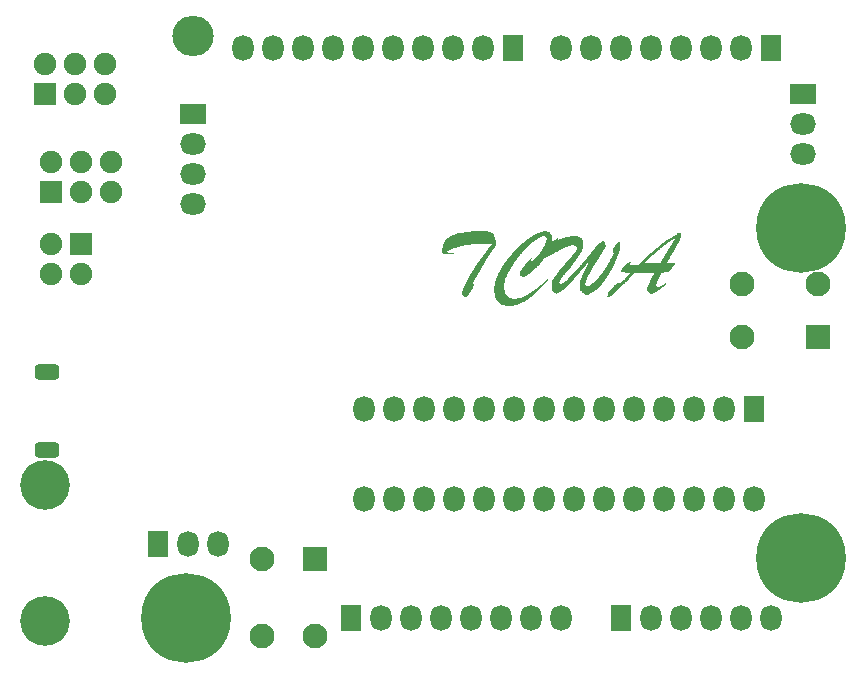
<source format=gbs>
G04*
G04 #@! TF.GenerationSoftware,Altium Limited,Altium Designer,24.5.2 (23)*
G04*
G04 Layer_Color=16711935*
%FSLAX42Y42*%
%MOMM*%
G71*
G04*
G04 #@! TF.SameCoordinates,800EA35B-6491-4ADE-9D72-18F2112E8D14*
G04*
G04*
G04 #@! TF.FilePolarity,Negative*
G04*
G01*
G75*
%ADD56C,2.10*%
%ADD57R,2.10X2.10*%
%ADD58O,2.20X1.80*%
%ADD59R,2.20X1.80*%
%ADD60O,1.80X2.20*%
%ADD61R,1.80X2.20*%
G04:AMPARAMS|DCode=62|XSize=2.1mm|YSize=1.3mm|CornerRadius=0.35mm|HoleSize=0mm|Usage=FLASHONLY|Rotation=0.000|XOffset=0mm|YOffset=0mm|HoleType=Round|Shape=RoundedRectangle|*
%AMROUNDEDRECTD62*
21,1,2.10,0.60,0,0,0.0*
21,1,1.40,1.30,0,0,0.0*
1,1,0.70,0.70,-0.30*
1,1,0.70,-0.70,-0.30*
1,1,0.70,-0.70,0.30*
1,1,0.70,0.70,0.30*
%
%ADD62ROUNDEDRECTD62*%
%ADD63R,1.90X1.90*%
%ADD64C,1.90*%
%ADD65O,3.50X3.40*%
%ADD66C,4.20*%
%ADD67C,7.60*%
%ADD68R,2.10X2.10*%
G36*
X5583Y3515D02*
X5586D01*
Y3512D01*
Y3509D01*
X5589D01*
Y3506D01*
Y3503D01*
Y3500D01*
Y3498D01*
Y3495D01*
X5592D01*
Y3492D01*
Y3489D01*
Y3486D01*
Y3483D01*
X5589D01*
Y3480D01*
Y3477D01*
Y3474D01*
Y3472D01*
Y3469D01*
X5586D01*
Y3466D01*
Y3463D01*
Y3460D01*
X5583D01*
Y3457D01*
Y3454D01*
Y3451D01*
X5580D01*
Y3448D01*
X5577D01*
Y3446D01*
Y3443D01*
X5575D01*
Y3440D01*
Y3437D01*
X5572D01*
Y3434D01*
Y3431D01*
X5569D01*
Y3428D01*
Y3425D01*
X5566D01*
Y3422D01*
X5563D01*
Y3420D01*
Y3417D01*
X5560D01*
Y3414D01*
Y3411D01*
X5557D01*
Y3408D01*
X5554D01*
Y3405D01*
Y3402D01*
Y3399D01*
X5551D01*
Y3397D01*
X5549D01*
Y3394D01*
Y3391D01*
X5546D01*
Y3388D01*
X5543D01*
Y3385D01*
Y3382D01*
X5540D01*
Y3379D01*
Y3376D01*
X5537D01*
Y3373D01*
X5534D01*
Y3371D01*
Y3368D01*
X5531D01*
Y3365D01*
Y3362D01*
X5528D01*
Y3359D01*
Y3356D01*
X5525D01*
Y3353D01*
Y3350D01*
X5523D01*
Y3347D01*
X5520D01*
Y3345D01*
Y3342D01*
X5517D01*
Y3339D01*
Y3336D01*
X5514D01*
Y3333D01*
Y3330D01*
X5511D01*
Y3327D01*
Y3324D01*
X5508D01*
Y3321D01*
X5505D01*
Y3319D01*
Y3316D01*
X5502D01*
Y3313D01*
Y3310D01*
X5499D01*
Y3307D01*
Y3304D01*
X5497D01*
Y3301D01*
Y3298D01*
X5494D01*
Y3295D01*
X5491D01*
Y3293D01*
Y3290D01*
X5488D01*
Y3287D01*
Y3284D01*
X5485D01*
Y3281D01*
Y3278D01*
X5482D01*
Y3275D01*
Y3272D01*
X5479D01*
Y3269D01*
X5476D01*
Y3267D01*
Y3264D01*
X5473D01*
Y3261D01*
Y3258D01*
X5540D01*
Y3255D01*
Y3252D01*
Y3249D01*
X5537D01*
Y3246D01*
X5534D01*
Y3244D01*
Y3241D01*
X5531D01*
Y3238D01*
X5528D01*
Y3235D01*
Y3232D01*
X5525D01*
Y3229D01*
X5523D01*
Y3226D01*
X5520D01*
Y3223D01*
X5517D01*
Y3220D01*
Y3218D01*
X5514D01*
Y3215D01*
X5511D01*
Y3212D01*
X5508D01*
Y3209D01*
X5505D01*
Y3206D01*
Y3203D01*
X5502D01*
Y3200D01*
X5499D01*
Y3197D01*
X5497D01*
Y3194D01*
X5494D01*
Y3192D01*
X5491D01*
Y3189D01*
Y3186D01*
X5488D01*
Y3183D01*
X5485D01*
Y3180D01*
X5450D01*
Y3177D01*
X5436D01*
Y3174D01*
X5427D01*
Y3171D01*
X5424D01*
Y3168D01*
X5422D01*
Y3166D01*
Y3163D01*
X5419D01*
Y3160D01*
Y3157D01*
X5416D01*
Y3154D01*
Y3151D01*
X5413D01*
Y3148D01*
Y3145D01*
X5410D01*
Y3142D01*
Y3140D01*
X5407D01*
Y3137D01*
Y3134D01*
X5404D01*
Y3131D01*
Y3128D01*
X5401D01*
Y3125D01*
Y3122D01*
X5398D01*
Y3119D01*
Y3116D01*
X5396D01*
Y3114D01*
X5393D01*
Y3111D01*
Y3108D01*
Y3105D01*
X5390D01*
Y3102D01*
Y3099D01*
X5387D01*
Y3096D01*
Y3093D01*
Y3091D01*
X5384D01*
Y3088D01*
Y3085D01*
Y3082D01*
X5381D01*
Y3079D01*
Y3076D01*
Y3073D01*
Y3070D01*
Y3067D01*
X5384D01*
Y3065D01*
Y3062D01*
X5387D01*
Y3059D01*
X5398D01*
Y3056D01*
X5404D01*
Y3059D01*
X5413D01*
Y3062D01*
X5419D01*
Y3065D01*
X5424D01*
Y3067D01*
X5427D01*
Y3070D01*
X5433D01*
Y3073D01*
X5439D01*
Y3076D01*
X5447D01*
Y3079D01*
X5450D01*
Y3082D01*
X5456D01*
Y3085D01*
X5459D01*
Y3088D01*
X5465D01*
Y3085D01*
X5462D01*
Y3082D01*
Y3079D01*
Y3076D01*
Y3073D01*
X5456D01*
Y3070D01*
X5453D01*
Y3067D01*
X5447D01*
Y3065D01*
Y3062D01*
X5445D01*
Y3059D01*
X5439D01*
Y3056D01*
X5436D01*
Y3053D01*
X5430D01*
Y3050D01*
X5427D01*
Y3047D01*
X5424D01*
Y3044D01*
X5419D01*
Y3041D01*
X5416D01*
Y3039D01*
X5410D01*
Y3036D01*
Y3033D01*
X5404D01*
Y3030D01*
X5401D01*
Y3027D01*
X5396D01*
Y3024D01*
X5393D01*
Y3021D01*
X5390D01*
Y3018D01*
X5384D01*
Y3015D01*
X5381D01*
Y3013D01*
X5375D01*
Y3010D01*
X5372D01*
Y3007D01*
X5370D01*
Y3004D01*
X5361D01*
Y3001D01*
X5352D01*
Y2998D01*
X5329D01*
Y3001D01*
X5323D01*
Y3004D01*
X5320D01*
Y3007D01*
X5318D01*
Y3010D01*
X5315D01*
Y3013D01*
X5312D01*
Y3015D01*
Y3018D01*
X5309D01*
Y3021D01*
X5306D01*
Y3024D01*
Y3027D01*
Y3030D01*
Y3033D01*
Y3036D01*
X5303D01*
Y3039D01*
X5306D01*
Y3041D01*
Y3044D01*
Y3047D01*
Y3050D01*
Y3053D01*
Y3056D01*
X5309D01*
Y3059D01*
X5312D01*
Y3062D01*
Y3065D01*
Y3067D01*
X5315D01*
Y3070D01*
Y3073D01*
Y3076D01*
X5318D01*
Y3079D01*
Y3082D01*
X5320D01*
Y3085D01*
Y3088D01*
Y3091D01*
X5326D01*
Y3093D01*
Y3096D01*
Y3099D01*
X5329D01*
Y3102D01*
Y3105D01*
X5332D01*
Y3108D01*
Y3111D01*
Y3114D01*
X5335D01*
Y3116D01*
X5338D01*
Y3119D01*
Y3122D01*
X5341D01*
Y3125D01*
Y3128D01*
X5344D01*
Y3131D01*
X5346D01*
Y3134D01*
Y3137D01*
Y3140D01*
X5349D01*
Y3142D01*
Y3145D01*
X5352D01*
Y3148D01*
X5355D01*
Y3151D01*
Y3154D01*
X5358D01*
Y3157D01*
Y3160D01*
X5361D01*
Y3163D01*
Y3166D01*
Y3168D01*
Y3171D01*
Y3174D01*
X5349D01*
Y3171D01*
X5217D01*
Y3174D01*
X5214D01*
Y3171D01*
X5208D01*
Y3174D01*
X5199D01*
Y3171D01*
X5193D01*
Y3168D01*
X5191D01*
Y3166D01*
Y3163D01*
X5188D01*
Y3160D01*
X5185D01*
Y3157D01*
X5182D01*
Y3154D01*
X5179D01*
Y3151D01*
X5176D01*
Y3148D01*
X5173D01*
Y3145D01*
X5170D01*
Y3142D01*
X5167D01*
Y3140D01*
X5165D01*
Y3137D01*
X5162D01*
Y3134D01*
X5159D01*
Y3131D01*
X5156D01*
Y3128D01*
X5153D01*
Y3125D01*
X5150D01*
Y3122D01*
X5147D01*
Y3119D01*
X5144D01*
Y3116D01*
X5141D01*
Y3114D01*
X5139D01*
Y3111D01*
X5136D01*
Y3108D01*
X5133D01*
Y3105D01*
X5130D01*
Y3102D01*
X5127D01*
Y3099D01*
X5124D01*
Y3096D01*
X5121D01*
Y3093D01*
X5118D01*
Y3091D01*
X5116D01*
Y3088D01*
X5113D01*
Y3085D01*
X5110D01*
Y3082D01*
X5107D01*
Y3079D01*
X5104D01*
Y3076D01*
X5101D01*
Y3073D01*
X5098D01*
Y3070D01*
X5095D01*
Y3067D01*
X5092D01*
Y3065D01*
X5090D01*
Y3062D01*
X5087D01*
Y3059D01*
X5084D01*
Y3056D01*
X5081D01*
Y3053D01*
X5075D01*
Y3050D01*
Y3047D01*
X5072D01*
Y3044D01*
X5066D01*
Y3041D01*
X5064D01*
Y3039D01*
X5061D01*
Y3036D01*
Y3033D01*
X5058D01*
Y3030D01*
X5052D01*
Y3027D01*
X5049D01*
Y3024D01*
X5046D01*
Y3021D01*
Y3018D01*
X5043D01*
Y3015D01*
X5038D01*
Y3013D01*
X5035D01*
Y3010D01*
X5032D01*
Y3007D01*
Y3004D01*
X5026D01*
Y3001D01*
X5023D01*
Y2998D01*
X5017D01*
Y2995D01*
Y2992D01*
X5012D01*
Y2989D01*
X5009D01*
Y2987D01*
X5006D01*
Y2984D01*
X5000D01*
Y2981D01*
X4997D01*
Y2978D01*
X4994D01*
Y2975D01*
X4980D01*
Y2972D01*
X4974D01*
Y2975D01*
X4968D01*
Y2978D01*
Y2981D01*
Y2984D01*
X4971D01*
Y2987D01*
Y2989D01*
Y2992D01*
Y2995D01*
X4974D01*
Y2998D01*
Y3001D01*
Y3004D01*
X4977D01*
Y3007D01*
Y3010D01*
X4980D01*
Y3013D01*
Y3015D01*
X4983D01*
Y3018D01*
X4986D01*
Y3021D01*
X4988D01*
Y3024D01*
Y3027D01*
X4991D01*
Y3030D01*
X4994D01*
Y3033D01*
X4997D01*
Y3036D01*
X5000D01*
Y3039D01*
Y3041D01*
X5003D01*
Y3044D01*
X5006D01*
Y3047D01*
X5009D01*
Y3050D01*
X5012D01*
Y3053D01*
Y3056D01*
X5014D01*
Y3059D01*
X5020D01*
Y3062D01*
X5023D01*
Y3065D01*
X5026D01*
Y3067D01*
Y3070D01*
X5029D01*
Y3073D01*
X5035D01*
Y3076D01*
X5038D01*
Y3079D01*
X5040D01*
Y3082D01*
X5043D01*
Y3085D01*
X5049D01*
Y3088D01*
X5055D01*
Y3091D01*
X5064D01*
Y3093D01*
X5069D01*
Y3091D01*
X5087D01*
Y3093D01*
Y3096D01*
X5090D01*
Y3099D01*
X5092D01*
Y3102D01*
X5095D01*
Y3105D01*
X5098D01*
Y3108D01*
X5101D01*
Y3111D01*
X5104D01*
Y3114D01*
X5107D01*
Y3116D01*
X5110D01*
Y3119D01*
X5113D01*
Y3122D01*
X5116D01*
Y3125D01*
X5118D01*
Y3128D01*
Y3131D01*
X5121D01*
Y3134D01*
X5124D01*
Y3137D01*
X5127D01*
Y3140D01*
X5130D01*
Y3142D01*
X5133D01*
Y3145D01*
X5136D01*
Y3148D01*
X5139D01*
Y3151D01*
X5141D01*
Y3154D01*
X5144D01*
Y3157D01*
X5147D01*
Y3160D01*
X5150D01*
Y3163D01*
X5153D01*
Y3166D01*
X5156D01*
Y3168D01*
X5159D01*
Y3171D01*
Y3174D01*
X5139D01*
Y3177D01*
X5121D01*
Y3180D01*
X5090D01*
Y3183D01*
X5084D01*
Y3186D01*
Y3189D01*
Y3192D01*
Y3194D01*
X5087D01*
Y3197D01*
Y3200D01*
Y3203D01*
X5090D01*
Y3206D01*
Y3209D01*
X5092D01*
Y3212D01*
Y3215D01*
X5095D01*
Y3218D01*
X5098D01*
Y3220D01*
X5101D01*
Y3223D01*
X5104D01*
Y3226D01*
Y3229D01*
X5107D01*
Y3232D01*
X5110D01*
Y3235D01*
X5113D01*
Y3238D01*
X5116D01*
Y3241D01*
X5118D01*
Y3244D01*
X5121D01*
Y3246D01*
X5124D01*
Y3249D01*
X5130D01*
Y3252D01*
X5133D01*
Y3255D01*
X5136D01*
Y3258D01*
X5141D01*
Y3261D01*
X5147D01*
Y3264D01*
X5153D01*
Y3267D01*
X5162D01*
Y3269D01*
X5176D01*
Y3267D01*
X5170D01*
Y3264D01*
X5167D01*
Y3261D01*
X5165D01*
Y3258D01*
X5162D01*
Y3255D01*
Y3252D01*
Y3249D01*
Y3246D01*
X5237D01*
Y3249D01*
X5240D01*
Y3252D01*
Y3255D01*
X5245D01*
Y3258D01*
X5248D01*
Y3261D01*
X5251D01*
Y3264D01*
X5254D01*
Y3267D01*
X5257D01*
Y3269D01*
X5260D01*
Y3272D01*
X5263D01*
Y3275D01*
X5266D01*
Y3278D01*
X5269D01*
Y3281D01*
X5271D01*
Y3284D01*
X5274D01*
Y3287D01*
X5277D01*
Y3290D01*
X5280D01*
Y3293D01*
X5283D01*
Y3295D01*
X5286D01*
Y3298D01*
X5289D01*
Y3301D01*
X5292D01*
Y3304D01*
X5294D01*
Y3307D01*
X5297D01*
Y3310D01*
X5300D01*
Y3313D01*
X5306D01*
Y3316D01*
X5309D01*
Y3319D01*
X5312D01*
Y3321D01*
X5315D01*
Y3324D01*
X5318D01*
Y3327D01*
X5320D01*
Y3330D01*
X5323D01*
Y3333D01*
X5326D01*
Y3336D01*
X5329D01*
Y3339D01*
X5332D01*
Y3342D01*
X5335D01*
Y3345D01*
X5341D01*
Y3347D01*
X5344D01*
Y3350D01*
X5346D01*
Y3353D01*
X5349D01*
Y3356D01*
X5352D01*
Y3359D01*
X5358D01*
Y3362D01*
X5361D01*
Y3365D01*
Y3368D01*
X5367D01*
Y3371D01*
X5370D01*
Y3373D01*
X5372D01*
Y3376D01*
X5378D01*
Y3379D01*
X5381D01*
Y3382D01*
X5384D01*
Y3385D01*
X5387D01*
Y3388D01*
X5393D01*
Y3391D01*
X5396D01*
Y3394D01*
X5398D01*
Y3397D01*
X5401D01*
Y3399D01*
X5404D01*
Y3402D01*
X5410D01*
Y3405D01*
X5413D01*
Y3408D01*
X5416D01*
Y3411D01*
X5419D01*
Y3414D01*
X5422D01*
Y3417D01*
X5427D01*
Y3420D01*
X5430D01*
Y3422D01*
X5433D01*
Y3425D01*
X5439D01*
Y3428D01*
X5442D01*
Y3431D01*
X5447D01*
Y3434D01*
X5450D01*
Y3437D01*
X5453D01*
Y3440D01*
X5456D01*
Y3443D01*
X5462D01*
Y3446D01*
X5468D01*
Y3448D01*
Y3451D01*
X5473D01*
Y3454D01*
X5479D01*
Y3457D01*
X5482D01*
Y3460D01*
X5488D01*
Y3463D01*
X5491D01*
Y3466D01*
X5497D01*
Y3469D01*
X5499D01*
Y3472D01*
X5505D01*
Y3474D01*
X5511D01*
Y3477D01*
X5514D01*
Y3480D01*
X5517D01*
Y3483D01*
X5523D01*
Y3486D01*
X5528D01*
Y3489D01*
X5534D01*
Y3492D01*
X5537D01*
Y3495D01*
X5543D01*
Y3498D01*
X5549D01*
Y3500D01*
X5554D01*
Y3503D01*
X5557D01*
Y3506D01*
X5560D01*
Y3509D01*
X5569D01*
Y3512D01*
X5572D01*
Y3515D01*
X5580D01*
Y3518D01*
X5583D01*
Y3515D01*
D02*
G37*
G36*
X4460Y3524D02*
X4469D01*
Y3521D01*
X4472D01*
Y3518D01*
X4478D01*
Y3515D01*
X4480D01*
Y3512D01*
X4483D01*
Y3509D01*
X4486D01*
Y3506D01*
Y3503D01*
X4489D01*
Y3500D01*
X4492D01*
Y3498D01*
Y3495D01*
X4495D01*
Y3492D01*
Y3489D01*
Y3486D01*
Y3483D01*
X4498D01*
Y3480D01*
Y3477D01*
Y3474D01*
Y3472D01*
X4501D01*
Y3469D01*
Y3466D01*
Y3463D01*
Y3460D01*
Y3457D01*
Y3454D01*
Y3451D01*
Y3448D01*
Y3446D01*
X4509D01*
Y3448D01*
X4512D01*
Y3451D01*
X4515D01*
Y3454D01*
X4524D01*
Y3457D01*
X4529D01*
Y3460D01*
X4535D01*
Y3463D01*
X4538D01*
Y3466D01*
X4544D01*
Y3469D01*
X4550D01*
Y3472D01*
X4553D01*
Y3469D01*
Y3466D01*
Y3463D01*
Y3460D01*
Y3457D01*
X4558D01*
Y3460D01*
X4570D01*
Y3463D01*
X4573D01*
Y3466D01*
X4581D01*
Y3469D01*
X4590D01*
Y3472D01*
X4602D01*
Y3474D01*
X4613D01*
Y3477D01*
X4619D01*
Y3480D01*
X4631D01*
Y3483D01*
X4648D01*
Y3486D01*
X4677D01*
Y3489D01*
X4685D01*
Y3486D01*
X4720D01*
Y3483D01*
X4729D01*
Y3480D01*
X4737D01*
Y3477D01*
X4740D01*
Y3474D01*
X4746D01*
Y3472D01*
Y3469D01*
X4749D01*
Y3466D01*
X4752D01*
Y3463D01*
Y3460D01*
Y3457D01*
X4755D01*
Y3454D01*
Y3451D01*
X4758D01*
Y3448D01*
Y3446D01*
Y3443D01*
Y3440D01*
Y3437D01*
X4760D01*
Y3434D01*
Y3431D01*
Y3428D01*
Y3425D01*
Y3422D01*
Y3420D01*
Y3417D01*
X4763D01*
Y3414D01*
Y3411D01*
Y3408D01*
X4760D01*
Y3405D01*
Y3402D01*
Y3399D01*
Y3397D01*
Y3394D01*
Y3391D01*
Y3388D01*
Y3385D01*
Y3382D01*
X4758D01*
Y3379D01*
Y3376D01*
X4755D01*
Y3373D01*
Y3371D01*
Y3368D01*
Y3365D01*
X4752D01*
Y3362D01*
Y3359D01*
Y3356D01*
X4749D01*
Y3353D01*
X4746D01*
Y3350D01*
Y3347D01*
Y3345D01*
X4740D01*
Y3342D01*
Y3339D01*
X4737D01*
Y3336D01*
Y3333D01*
X4734D01*
Y3330D01*
Y3327D01*
X4732D01*
Y3324D01*
X4729D01*
Y3321D01*
X4726D01*
Y3319D01*
Y3316D01*
X4723D01*
Y3313D01*
X4720D01*
Y3310D01*
Y3307D01*
X4717D01*
Y3304D01*
Y3301D01*
X4711D01*
Y3298D01*
Y3295D01*
X4708D01*
Y3293D01*
Y3290D01*
X4706D01*
Y3287D01*
X4703D01*
Y3284D01*
Y3281D01*
X4700D01*
Y3278D01*
X4697D01*
Y3275D01*
X4694D01*
Y3272D01*
Y3269D01*
X4691D01*
Y3267D01*
X4688D01*
Y3264D01*
X4685D01*
Y3261D01*
Y3258D01*
X4682D01*
Y3255D01*
X4680D01*
Y3252D01*
X4677D01*
Y3249D01*
Y3246D01*
X4674D01*
Y3244D01*
X4671D01*
Y3241D01*
X4668D01*
Y3238D01*
Y3235D01*
X4665D01*
Y3232D01*
X4662D01*
Y3229D01*
X4659D01*
Y3226D01*
Y3223D01*
X4656D01*
Y3220D01*
X4654D01*
Y3218D01*
X4651D01*
Y3215D01*
Y3212D01*
X4645D01*
Y3209D01*
Y3206D01*
X4642D01*
Y3203D01*
X4639D01*
Y3200D01*
X4636D01*
Y3197D01*
X4633D01*
Y3194D01*
X4631D01*
Y3192D01*
X4628D01*
Y3189D01*
X4625D01*
Y3186D01*
Y3183D01*
X4622D01*
Y3180D01*
X4619D01*
Y3177D01*
X4616D01*
Y3174D01*
X4613D01*
Y3171D01*
Y3168D01*
X4607D01*
Y3166D01*
Y3163D01*
X4605D01*
Y3160D01*
X4602D01*
Y3157D01*
X4599D01*
Y3154D01*
X4596D01*
Y3151D01*
Y3148D01*
X4593D01*
Y3145D01*
X4590D01*
Y3142D01*
X4587D01*
Y3140D01*
X4584D01*
Y3137D01*
Y3134D01*
X4581D01*
Y3131D01*
X4579D01*
Y3128D01*
Y3125D01*
X4576D01*
Y3122D01*
X4573D01*
Y3119D01*
X4570D01*
Y3116D01*
Y3114D01*
X4567D01*
Y3111D01*
X4564D01*
Y3108D01*
Y3105D01*
Y3102D01*
X4561D01*
Y3099D01*
Y3096D01*
X4558D01*
Y3093D01*
X4561D01*
Y3091D01*
X4564D01*
Y3088D01*
X4567D01*
Y3085D01*
X4584D01*
Y3088D01*
X4590D01*
Y3091D01*
X4596D01*
Y3093D01*
X4599D01*
Y3096D01*
X4602D01*
Y3099D01*
X4607D01*
Y3102D01*
X4610D01*
Y3105D01*
X4616D01*
Y3108D01*
X4619D01*
Y3111D01*
X4622D01*
Y3114D01*
X4625D01*
Y3116D01*
X4628D01*
Y3119D01*
X4631D01*
Y3122D01*
X4633D01*
Y3125D01*
X4636D01*
Y3128D01*
X4639D01*
Y3131D01*
X4642D01*
Y3134D01*
X4645D01*
Y3137D01*
X4648D01*
Y3140D01*
X4651D01*
Y3142D01*
X4654D01*
Y3145D01*
X4656D01*
Y3148D01*
X4659D01*
Y3151D01*
X4662D01*
Y3154D01*
X4665D01*
Y3157D01*
X4668D01*
Y3160D01*
X4671D01*
Y3163D01*
Y3166D01*
X4674D01*
Y3168D01*
X4677D01*
Y3171D01*
X4680D01*
Y3174D01*
X4682D01*
Y3177D01*
X4685D01*
Y3180D01*
X4688D01*
Y3183D01*
X4691D01*
Y3186D01*
X4694D01*
Y3189D01*
X4697D01*
Y3192D01*
X4700D01*
Y3194D01*
X4703D01*
Y3197D01*
X4706D01*
Y3200D01*
X4708D01*
Y3203D01*
Y3206D01*
X4711D01*
Y3209D01*
X4714D01*
Y3212D01*
X4717D01*
Y3215D01*
X4720D01*
Y3218D01*
X4723D01*
Y3220D01*
X4726D01*
Y3223D01*
Y3226D01*
X4732D01*
Y3229D01*
X4734D01*
Y3232D01*
X4737D01*
Y3235D01*
X4740D01*
Y3238D01*
Y3241D01*
X4743D01*
Y3244D01*
X4746D01*
Y3246D01*
X4749D01*
Y3249D01*
X4752D01*
Y3252D01*
X4755D01*
Y3255D01*
X4758D01*
Y3258D01*
Y3261D01*
X4763D01*
Y3264D01*
Y3267D01*
X4766D01*
Y3269D01*
X4769D01*
Y3272D01*
X4772D01*
Y3275D01*
X4775D01*
Y3278D01*
X4778D01*
Y3281D01*
Y3284D01*
X4781D01*
Y3287D01*
X4784D01*
Y3290D01*
X4786D01*
Y3293D01*
X4789D01*
Y3295D01*
X4792D01*
Y3298D01*
X4795D01*
Y3301D01*
X4798D01*
Y3304D01*
Y3307D01*
X4801D01*
Y3310D01*
X4804D01*
Y3313D01*
X4807D01*
Y3316D01*
X4810D01*
Y3319D01*
Y3321D01*
X4812D01*
Y3324D01*
X4815D01*
Y3327D01*
X4818D01*
Y3330D01*
X4821D01*
Y3333D01*
X4824D01*
Y3336D01*
Y3339D01*
X4827D01*
Y3342D01*
X4830D01*
Y3345D01*
X4833D01*
Y3347D01*
Y3350D01*
X4835D01*
Y3353D01*
X4838D01*
Y3356D01*
X4841D01*
Y3359D01*
Y3362D01*
X4844D01*
Y3365D01*
X4847D01*
Y3368D01*
X4850D01*
Y3371D01*
X4853D01*
Y3373D01*
Y3376D01*
X4856D01*
Y3379D01*
X4859D01*
Y3382D01*
X4861D01*
Y3385D01*
Y3388D01*
X4864D01*
Y3391D01*
X4867D01*
Y3394D01*
Y3397D01*
X4873D01*
Y3399D01*
X4876D01*
Y3402D01*
X4879D01*
Y3405D01*
Y3408D01*
X4882D01*
Y3411D01*
X4885D01*
Y3414D01*
X4890D01*
Y3417D01*
X4893D01*
Y3420D01*
X4896D01*
Y3422D01*
X4899D01*
Y3425D01*
X4902D01*
Y3428D01*
X4908D01*
Y3431D01*
X4911D01*
Y3434D01*
X4913D01*
Y3437D01*
X4919D01*
Y3440D01*
X4922D01*
Y3443D01*
X4931D01*
Y3446D01*
X4934D01*
Y3443D01*
X4937D01*
Y3440D01*
X4939D01*
Y3437D01*
X4942D01*
Y3434D01*
X4945D01*
Y3431D01*
Y3428D01*
X4948D01*
Y3425D01*
Y3422D01*
X4951D01*
Y3420D01*
Y3417D01*
Y3414D01*
Y3411D01*
X4954D01*
Y3408D01*
Y3405D01*
Y3402D01*
Y3399D01*
Y3397D01*
X4951D01*
Y3394D01*
Y3391D01*
X4948D01*
Y3388D01*
Y3385D01*
X4945D01*
Y3382D01*
Y3379D01*
X4942D01*
Y3376D01*
X4939D01*
Y3373D01*
Y3371D01*
X4937D01*
Y3368D01*
X4934D01*
Y3365D01*
Y3362D01*
Y3359D01*
X4931D01*
Y3356D01*
Y3353D01*
X4928D01*
Y3350D01*
X4925D01*
Y3347D01*
X4922D01*
Y3345D01*
Y3342D01*
X4919D01*
Y3339D01*
Y3336D01*
X4916D01*
Y3333D01*
Y3330D01*
X4913D01*
Y3327D01*
X4911D01*
Y3324D01*
X4908D01*
Y3321D01*
Y3319D01*
X4905D01*
Y3316D01*
Y3313D01*
X4902D01*
Y3310D01*
Y3307D01*
X4899D01*
Y3304D01*
X4896D01*
Y3301D01*
X4893D01*
Y3298D01*
Y3295D01*
X4890D01*
Y3293D01*
Y3290D01*
X4887D01*
Y3287D01*
Y3284D01*
X4882D01*
Y3281D01*
Y3278D01*
X4879D01*
Y3275D01*
Y3272D01*
X4876D01*
Y3269D01*
Y3267D01*
X4873D01*
Y3264D01*
X4870D01*
Y3261D01*
X4867D01*
Y3258D01*
Y3255D01*
X4864D01*
Y3252D01*
Y3249D01*
X4861D01*
Y3246D01*
Y3244D01*
X4859D01*
Y3241D01*
X4856D01*
Y3238D01*
Y3235D01*
X4853D01*
Y3232D01*
X4850D01*
Y3229D01*
Y3226D01*
X4847D01*
Y3223D01*
Y3220D01*
X4844D01*
Y3218D01*
Y3215D01*
X4841D01*
Y3212D01*
X4838D01*
Y3209D01*
Y3206D01*
X4835D01*
Y3203D01*
Y3200D01*
X4833D01*
Y3197D01*
Y3194D01*
X4830D01*
Y3192D01*
X4827D01*
Y3189D01*
Y3186D01*
X4824D01*
Y3183D01*
X4821D01*
Y3180D01*
Y3177D01*
Y3174D01*
X4818D01*
Y3171D01*
Y3168D01*
X4815D01*
Y3166D01*
X4812D01*
Y3163D01*
Y3160D01*
X4810D01*
Y3157D01*
Y3154D01*
X4807D01*
Y3151D01*
Y3148D01*
Y3145D01*
X4804D01*
Y3142D01*
Y3140D01*
X4801D01*
Y3137D01*
X4798D01*
Y3134D01*
Y3131D01*
X4795D01*
Y3128D01*
Y3125D01*
Y3122D01*
Y3119D01*
X4792D01*
Y3116D01*
Y3114D01*
X4789D01*
Y3111D01*
Y3108D01*
Y3105D01*
X4786D01*
Y3102D01*
X4784D01*
Y3099D01*
Y3096D01*
Y3093D01*
Y3091D01*
Y3088D01*
X4781D01*
Y3085D01*
Y3082D01*
Y3079D01*
Y3076D01*
Y3073D01*
X4784D01*
Y3070D01*
X4786D01*
Y3067D01*
X4789D01*
Y3065D01*
X4792D01*
Y3062D01*
X4810D01*
Y3065D01*
X4815D01*
Y3067D01*
X4818D01*
Y3070D01*
X4824D01*
Y3073D01*
X4827D01*
Y3076D01*
X4833D01*
Y3079D01*
X4835D01*
Y3082D01*
X4838D01*
Y3085D01*
X4841D01*
Y3088D01*
X4847D01*
Y3091D01*
X4850D01*
Y3093D01*
X4853D01*
Y3096D01*
X4856D01*
Y3099D01*
X4859D01*
Y3102D01*
X4861D01*
Y3105D01*
X4867D01*
Y3108D01*
Y3111D01*
X4870D01*
Y3114D01*
X4873D01*
Y3116D01*
X4879D01*
Y3119D01*
Y3122D01*
X4882D01*
Y3125D01*
X4885D01*
Y3128D01*
X4887D01*
Y3131D01*
X4890D01*
Y3134D01*
X4893D01*
Y3137D01*
Y3140D01*
X4899D01*
Y3142D01*
Y3145D01*
X4902D01*
Y3148D01*
X4905D01*
Y3151D01*
X4908D01*
Y3154D01*
X4911D01*
Y3157D01*
Y3160D01*
X4913D01*
Y3163D01*
X4916D01*
Y3166D01*
X4919D01*
Y3168D01*
Y3171D01*
X4922D01*
Y3174D01*
X4925D01*
Y3177D01*
X4928D01*
Y3180D01*
X4931D01*
Y3183D01*
Y3186D01*
X4934D01*
Y3189D01*
Y3192D01*
X4937D01*
Y3194D01*
Y3197D01*
X4939D01*
Y3200D01*
X4942D01*
Y3203D01*
X4945D01*
Y3206D01*
X4948D01*
Y3209D01*
Y3212D01*
X4951D01*
Y3215D01*
Y3218D01*
X4954D01*
Y3220D01*
X4957D01*
Y3223D01*
Y3226D01*
X4960D01*
Y3229D01*
X4963D01*
Y3232D01*
Y3235D01*
X4965D01*
Y3238D01*
Y3241D01*
X4968D01*
Y3244D01*
X4971D01*
Y3246D01*
X4974D01*
Y3249D01*
Y3252D01*
Y3255D01*
X4977D01*
Y3258D01*
X4980D01*
Y3261D01*
Y3264D01*
Y3267D01*
X4983D01*
Y3269D01*
X4986D01*
Y3272D01*
X4988D01*
Y3275D01*
Y3278D01*
Y3281D01*
X4991D01*
Y3284D01*
Y3287D01*
X4994D01*
Y3290D01*
X4997D01*
Y3293D01*
Y3295D01*
X5000D01*
Y3298D01*
Y3301D01*
X5003D01*
Y3304D01*
X5006D01*
Y3307D01*
Y3310D01*
Y3313D01*
X5009D01*
Y3316D01*
Y3319D01*
X5012D01*
Y3321D01*
X5014D01*
Y3324D01*
Y3327D01*
X5017D01*
Y3330D01*
Y3333D01*
X5020D01*
Y3336D01*
Y3339D01*
Y3342D01*
Y3345D01*
X5017D01*
Y3347D01*
Y3350D01*
Y3353D01*
Y3356D01*
X5014D01*
Y3359D01*
Y3362D01*
Y3365D01*
Y3368D01*
Y3371D01*
Y3373D01*
Y3376D01*
X5017D01*
Y3379D01*
Y3382D01*
X5020D01*
Y3385D01*
Y3388D01*
X5023D01*
Y3391D01*
Y3394D01*
X5026D01*
Y3397D01*
X5029D01*
Y3399D01*
X5032D01*
Y3402D01*
Y3405D01*
X5035D01*
Y3408D01*
X5038D01*
Y3411D01*
Y3414D01*
X5040D01*
Y3417D01*
X5043D01*
Y3420D01*
X5046D01*
Y3422D01*
Y3425D01*
X5049D01*
Y3428D01*
X5052D01*
Y3431D01*
X5055D01*
Y3434D01*
X5058D01*
Y3437D01*
X5061D01*
Y3440D01*
X5064D01*
Y3437D01*
X5069D01*
Y3434D01*
X5072D01*
Y3431D01*
Y3428D01*
X5075D01*
Y3425D01*
Y3422D01*
Y3420D01*
X5078D01*
Y3417D01*
Y3414D01*
Y3411D01*
Y3408D01*
Y3405D01*
Y3402D01*
Y3399D01*
Y3397D01*
Y3394D01*
Y3391D01*
Y3388D01*
X5075D01*
Y3385D01*
Y3382D01*
Y3379D01*
Y3376D01*
Y3373D01*
X5072D01*
Y3371D01*
Y3368D01*
Y3365D01*
X5069D01*
Y3362D01*
Y3359D01*
X5066D01*
Y3356D01*
Y3353D01*
Y3350D01*
X5064D01*
Y3347D01*
Y3345D01*
Y3342D01*
Y3339D01*
X5061D01*
Y3336D01*
Y3333D01*
Y3330D01*
Y3327D01*
X5058D01*
Y3324D01*
Y3321D01*
X5055D01*
Y3319D01*
Y3316D01*
X5052D01*
Y3313D01*
Y3310D01*
Y3307D01*
X5049D01*
Y3304D01*
Y3301D01*
Y3298D01*
X5046D01*
Y3295D01*
Y3293D01*
Y3290D01*
X5043D01*
Y3287D01*
Y3284D01*
X5040D01*
Y3281D01*
X5038D01*
Y3278D01*
Y3275D01*
Y3272D01*
X5035D01*
Y3269D01*
Y3267D01*
X5032D01*
Y3264D01*
Y3261D01*
Y3258D01*
X5029D01*
Y3255D01*
Y3252D01*
X5026D01*
Y3249D01*
X5023D01*
Y3246D01*
Y3244D01*
Y3241D01*
X5020D01*
Y3238D01*
Y3235D01*
Y3232D01*
X5017D01*
Y3229D01*
Y3226D01*
X5014D01*
Y3223D01*
X5012D01*
Y3220D01*
Y3218D01*
X5009D01*
Y3215D01*
Y3212D01*
X5006D01*
Y3209D01*
Y3206D01*
X5003D01*
Y3203D01*
Y3200D01*
X5000D01*
Y3197D01*
Y3194D01*
X4997D01*
Y3192D01*
X4994D01*
Y3189D01*
Y3186D01*
X4991D01*
Y3183D01*
Y3180D01*
X4988D01*
Y3177D01*
Y3174D01*
X4986D01*
Y3171D01*
X4983D01*
Y3168D01*
X4980D01*
Y3166D01*
Y3163D01*
Y3160D01*
X4977D01*
Y3157D01*
X4974D01*
Y3154D01*
Y3151D01*
X4971D01*
Y3148D01*
X4968D01*
Y3145D01*
Y3142D01*
X4965D01*
Y3140D01*
X4963D01*
Y3137D01*
Y3134D01*
X4960D01*
Y3131D01*
Y3128D01*
X4957D01*
Y3125D01*
X4954D01*
Y3122D01*
X4951D01*
Y3119D01*
Y3116D01*
X4948D01*
Y3114D01*
X4945D01*
Y3111D01*
Y3108D01*
X4942D01*
Y3105D01*
X4939D01*
Y3102D01*
X4937D01*
Y3099D01*
X4934D01*
Y3096D01*
Y3093D01*
X4931D01*
Y3091D01*
X4928D01*
Y3088D01*
X4925D01*
Y3085D01*
X4922D01*
Y3082D01*
X4919D01*
Y3079D01*
Y3076D01*
X4916D01*
Y3073D01*
X4913D01*
Y3070D01*
X4911D01*
Y3067D01*
X4908D01*
Y3065D01*
X4905D01*
Y3062D01*
X4902D01*
Y3059D01*
X4899D01*
Y3056D01*
X4896D01*
Y3053D01*
X4893D01*
Y3050D01*
X4890D01*
Y3047D01*
X4887D01*
Y3044D01*
X4885D01*
Y3041D01*
X4879D01*
Y3039D01*
X4876D01*
Y3036D01*
Y3033D01*
X4873D01*
Y3030D01*
X4867D01*
Y3027D01*
X4864D01*
Y3024D01*
X4859D01*
Y3021D01*
X4856D01*
Y3018D01*
X4853D01*
Y3015D01*
X4847D01*
Y3013D01*
X4844D01*
Y3010D01*
X4838D01*
Y3007D01*
X4835D01*
Y3004D01*
X4830D01*
Y3001D01*
X4824D01*
Y2998D01*
X4818D01*
Y2995D01*
X4812D01*
Y2992D01*
X4807D01*
Y2989D01*
X4778D01*
Y2992D01*
X4775D01*
Y2995D01*
X4769D01*
Y2998D01*
X4766D01*
Y3001D01*
X4760D01*
Y3004D01*
X4758D01*
Y3007D01*
X4755D01*
Y3010D01*
X4752D01*
Y3013D01*
X4749D01*
Y3015D01*
Y3018D01*
X4746D01*
Y3021D01*
X4743D01*
Y3024D01*
X4740D01*
Y3027D01*
Y3030D01*
X4737D01*
Y3033D01*
Y3036D01*
Y3039D01*
Y3041D01*
X4734D01*
Y3044D01*
Y3047D01*
Y3050D01*
Y3053D01*
Y3056D01*
Y3059D01*
Y3062D01*
Y3065D01*
Y3067D01*
Y3070D01*
Y3073D01*
Y3076D01*
Y3079D01*
Y3082D01*
Y3085D01*
Y3088D01*
Y3091D01*
Y3093D01*
Y3096D01*
X4737D01*
Y3099D01*
Y3102D01*
Y3105D01*
Y3108D01*
Y3111D01*
X4740D01*
Y3114D01*
Y3116D01*
Y3119D01*
X4743D01*
Y3122D01*
Y3125D01*
X4746D01*
Y3128D01*
Y3131D01*
Y3134D01*
X4749D01*
Y3137D01*
Y3140D01*
Y3142D01*
X4752D01*
Y3145D01*
Y3148D01*
Y3151D01*
X4755D01*
Y3154D01*
Y3157D01*
X4758D01*
Y3160D01*
Y3163D01*
X4760D01*
Y3166D01*
Y3168D01*
X4763D01*
Y3171D01*
Y3174D01*
Y3177D01*
X4766D01*
Y3180D01*
Y3183D01*
X4769D01*
Y3186D01*
Y3189D01*
X4772D01*
Y3192D01*
Y3194D01*
X4775D01*
Y3197D01*
Y3200D01*
X4778D01*
Y3203D01*
Y3206D01*
X4781D01*
Y3209D01*
Y3212D01*
X4784D01*
Y3215D01*
Y3218D01*
X4786D01*
Y3220D01*
Y3223D01*
X4789D01*
Y3226D01*
X4792D01*
Y3229D01*
Y3232D01*
Y3235D01*
X4795D01*
Y3238D01*
Y3241D01*
X4798D01*
Y3244D01*
X4801D01*
Y3246D01*
X4804D01*
Y3249D01*
Y3252D01*
Y3255D01*
X4807D01*
Y3258D01*
Y3261D01*
X4801D01*
Y3258D01*
X4795D01*
Y3255D01*
X4792D01*
Y3252D01*
Y3249D01*
X4789D01*
Y3246D01*
Y3244D01*
X4786D01*
Y3241D01*
X4784D01*
Y3238D01*
X4778D01*
Y3235D01*
Y3232D01*
X4775D01*
Y3229D01*
X4772D01*
Y3226D01*
Y3223D01*
X4766D01*
Y3220D01*
Y3218D01*
X4763D01*
Y3215D01*
X4760D01*
Y3212D01*
X4758D01*
Y3209D01*
Y3206D01*
X4755D01*
Y3203D01*
X4752D01*
Y3200D01*
X4749D01*
Y3197D01*
X4746D01*
Y3194D01*
X4743D01*
Y3192D01*
X4740D01*
Y3189D01*
X4737D01*
Y3186D01*
Y3183D01*
X4734D01*
Y3180D01*
X4732D01*
Y3177D01*
X4729D01*
Y3174D01*
X4726D01*
Y3171D01*
Y3168D01*
X4720D01*
Y3166D01*
Y3163D01*
X4717D01*
Y3160D01*
X4714D01*
Y3157D01*
X4711D01*
Y3154D01*
X4708D01*
Y3151D01*
X4706D01*
Y3148D01*
Y3145D01*
X4703D01*
Y3142D01*
X4700D01*
Y3140D01*
X4697D01*
Y3137D01*
X4694D01*
Y3134D01*
X4691D01*
Y3131D01*
X4688D01*
Y3128D01*
X4685D01*
Y3125D01*
X4682D01*
Y3122D01*
Y3119D01*
X4680D01*
Y3116D01*
X4677D01*
Y3114D01*
X4674D01*
Y3111D01*
X4671D01*
Y3108D01*
X4668D01*
Y3105D01*
X4665D01*
Y3102D01*
X4662D01*
Y3099D01*
Y3096D01*
X4656D01*
Y3093D01*
Y3091D01*
X4654D01*
Y3088D01*
X4651D01*
Y3085D01*
X4648D01*
Y3082D01*
X4645D01*
Y3079D01*
X4642D01*
Y3076D01*
X4639D01*
Y3073D01*
X4636D01*
Y3070D01*
X4633D01*
Y3067D01*
X4631D01*
Y3065D01*
X4628D01*
Y3062D01*
X4625D01*
Y3059D01*
X4622D01*
Y3056D01*
X4619D01*
Y3053D01*
X4616D01*
Y3050D01*
X4613D01*
Y3047D01*
X4610D01*
Y3044D01*
X4607D01*
Y3041D01*
X4605D01*
Y3039D01*
X4602D01*
Y3036D01*
X4599D01*
Y3033D01*
X4596D01*
Y3030D01*
X4590D01*
Y3027D01*
X4587D01*
Y3024D01*
X4584D01*
Y3021D01*
X4581D01*
Y3018D01*
X4576D01*
Y3015D01*
X4573D01*
Y3013D01*
X4567D01*
Y3010D01*
X4561D01*
Y3007D01*
X4558D01*
Y3004D01*
X4553D01*
Y3001D01*
X4541D01*
Y2998D01*
X4532D01*
Y3001D01*
X4521D01*
Y3004D01*
X4518D01*
Y3007D01*
X4515D01*
Y3010D01*
X4512D01*
Y3013D01*
Y3015D01*
X4509D01*
Y3018D01*
X4506D01*
Y3021D01*
Y3024D01*
X4503D01*
Y3027D01*
Y3030D01*
X4501D01*
Y3033D01*
Y3036D01*
X4498D01*
Y3039D01*
Y3041D01*
Y3044D01*
Y3047D01*
X4495D01*
Y3050D01*
Y3053D01*
Y3056D01*
Y3059D01*
Y3062D01*
Y3065D01*
Y3067D01*
Y3070D01*
Y3073D01*
Y3076D01*
Y3079D01*
Y3082D01*
Y3085D01*
Y3088D01*
Y3091D01*
X4498D01*
Y3093D01*
Y3096D01*
Y3099D01*
Y3102D01*
X4501D01*
Y3105D01*
Y3108D01*
X4503D01*
Y3111D01*
Y3114D01*
X4506D01*
Y3116D01*
Y3119D01*
X4509D01*
Y3122D01*
Y3125D01*
X4512D01*
Y3128D01*
X4515D01*
Y3131D01*
Y3134D01*
X4518D01*
Y3137D01*
X4521D01*
Y3140D01*
X4524D01*
Y3142D01*
Y3145D01*
X4527D01*
Y3148D01*
X4529D01*
Y3151D01*
Y3154D01*
X4532D01*
Y3157D01*
X4535D01*
Y3160D01*
X4538D01*
Y3163D01*
Y3166D01*
X4541D01*
Y3168D01*
Y3171D01*
X4544D01*
Y3174D01*
X4547D01*
Y3177D01*
X4550D01*
Y3180D01*
Y3183D01*
X4553D01*
Y3186D01*
X4555D01*
Y3189D01*
X4558D01*
Y3192D01*
Y3194D01*
X4561D01*
Y3197D01*
X4564D01*
Y3200D01*
X4567D01*
Y3203D01*
X4570D01*
Y3206D01*
Y3209D01*
X4573D01*
Y3212D01*
X4576D01*
Y3215D01*
X4579D01*
Y3218D01*
X4581D01*
Y3220D01*
X4584D01*
Y3223D01*
Y3226D01*
X4587D01*
Y3229D01*
X4590D01*
Y3232D01*
X4593D01*
Y3235D01*
X4596D01*
Y3238D01*
X4599D01*
Y3241D01*
X4602D01*
Y3244D01*
X4605D01*
Y3246D01*
X4607D01*
Y3249D01*
X4610D01*
Y3252D01*
Y3255D01*
X4613D01*
Y3258D01*
X4619D01*
Y3261D01*
Y3264D01*
X4622D01*
Y3267D01*
X4625D01*
Y3269D01*
X4628D01*
Y3272D01*
X4631D01*
Y3275D01*
X4633D01*
Y3278D01*
X4636D01*
Y3281D01*
Y3284D01*
X4639D01*
Y3287D01*
X4642D01*
Y3290D01*
X4648D01*
Y3293D01*
Y3295D01*
X4651D01*
Y3298D01*
X4654D01*
Y3301D01*
X4656D01*
Y3304D01*
X4659D01*
Y3307D01*
X4662D01*
Y3310D01*
Y3313D01*
X4665D01*
Y3316D01*
X4668D01*
Y3319D01*
X4671D01*
Y3321D01*
Y3324D01*
X4677D01*
Y3327D01*
Y3330D01*
X4680D01*
Y3333D01*
X4682D01*
Y3336D01*
Y3339D01*
X4685D01*
Y3342D01*
X4688D01*
Y3345D01*
X4691D01*
Y3347D01*
X4694D01*
Y3350D01*
Y3353D01*
X4697D01*
Y3356D01*
X4700D01*
Y3359D01*
X4703D01*
Y3362D01*
Y3365D01*
X4706D01*
Y3368D01*
Y3371D01*
X4708D01*
Y3373D01*
Y3376D01*
Y3379D01*
Y3382D01*
Y3385D01*
Y3388D01*
Y3391D01*
Y3394D01*
Y3397D01*
X4703D01*
Y3399D01*
X4700D01*
Y3402D01*
X4694D01*
Y3405D01*
X4688D01*
Y3408D01*
X4659D01*
Y3405D01*
X4654D01*
Y3402D01*
X4639D01*
Y3399D01*
X4631D01*
Y3397D01*
X4622D01*
Y3394D01*
X4613D01*
Y3391D01*
X4607D01*
Y3388D01*
X4605D01*
Y3385D01*
X4596D01*
Y3382D01*
X4590D01*
Y3379D01*
X4581D01*
Y3376D01*
X4579D01*
Y3373D01*
X4573D01*
Y3371D01*
X4567D01*
Y3368D01*
X4561D01*
Y3365D01*
X4555D01*
Y3362D01*
X4553D01*
Y3359D01*
X4547D01*
Y3356D01*
X4538D01*
Y3353D01*
X4535D01*
Y3350D01*
X4527D01*
Y3347D01*
X4524D01*
Y3345D01*
X4518D01*
Y3342D01*
X4512D01*
Y3339D01*
X4506D01*
Y3336D01*
X4501D01*
Y3333D01*
X4498D01*
Y3330D01*
X4492D01*
Y3327D01*
X4486D01*
Y3324D01*
X4480D01*
Y3321D01*
X4475D01*
Y3319D01*
X4472D01*
Y3316D01*
X4466D01*
Y3313D01*
X4460D01*
Y3310D01*
X4452D01*
Y3307D01*
X4446D01*
Y3304D01*
X4443D01*
Y3301D01*
X4437D01*
Y3298D01*
X4434D01*
Y3295D01*
X4431D01*
Y3293D01*
X4428D01*
Y3290D01*
X4426D01*
Y3287D01*
Y3284D01*
X4423D01*
Y3281D01*
X4420D01*
Y3278D01*
X4417D01*
Y3275D01*
X4414D01*
Y3272D01*
X4411D01*
Y3269D01*
Y3267D01*
X4408D01*
Y3264D01*
X4405D01*
Y3261D01*
X4402D01*
Y3258D01*
X4400D01*
Y3255D01*
X4397D01*
Y3252D01*
X4394D01*
Y3249D01*
Y3246D01*
X4391D01*
Y3244D01*
X4388D01*
Y3241D01*
X4385D01*
Y3238D01*
X4382D01*
Y3235D01*
X4379D01*
Y3232D01*
X4376D01*
Y3229D01*
X4374D01*
Y3226D01*
X4371D01*
Y3223D01*
X4368D01*
Y3220D01*
X4365D01*
Y3218D01*
X4362D01*
Y3215D01*
X4359D01*
Y3212D01*
X4356D01*
Y3209D01*
X4353D01*
Y3206D01*
X4350D01*
Y3203D01*
X4348D01*
Y3200D01*
X4345D01*
Y3197D01*
X4342D01*
Y3194D01*
X4339D01*
Y3192D01*
X4336D01*
Y3189D01*
X4333D01*
Y3186D01*
X4327D01*
Y3183D01*
X4325D01*
Y3180D01*
X4322D01*
Y3177D01*
X4319D01*
Y3174D01*
X4313D01*
Y3171D01*
X4310D01*
Y3168D01*
X4307D01*
Y3166D01*
X4301D01*
Y3163D01*
X4299D01*
Y3160D01*
X4296D01*
Y3157D01*
X4290D01*
Y3154D01*
X4284D01*
Y3151D01*
X4281D01*
Y3148D01*
X4275D01*
Y3145D01*
X4270D01*
Y3142D01*
X4258D01*
Y3140D01*
X4252D01*
Y3142D01*
X4241D01*
Y3145D01*
X4238D01*
Y3148D01*
X4235D01*
Y3151D01*
X4232D01*
Y3154D01*
X4229D01*
Y3157D01*
Y3160D01*
X4226D01*
Y3163D01*
Y3166D01*
Y3168D01*
Y3171D01*
Y3174D01*
Y3177D01*
Y3180D01*
X4229D01*
Y3183D01*
Y3186D01*
Y3189D01*
X4232D01*
Y3192D01*
Y3194D01*
X4235D01*
Y3197D01*
X4238D01*
Y3200D01*
Y3203D01*
X4241D01*
Y3206D01*
Y3209D01*
X4244D01*
Y3212D01*
Y3215D01*
X4247D01*
Y3218D01*
X4249D01*
Y3220D01*
X4252D01*
Y3223D01*
Y3226D01*
X4255D01*
Y3229D01*
X4258D01*
Y3232D01*
X4261D01*
Y3235D01*
X4264D01*
Y3238D01*
X4267D01*
Y3241D01*
Y3244D01*
X4270D01*
Y3246D01*
X4273D01*
Y3249D01*
X4275D01*
Y3252D01*
Y3255D01*
X4281D01*
Y3258D01*
X4284D01*
Y3261D01*
X4287D01*
Y3264D01*
Y3267D01*
X4290D01*
Y3269D01*
X4293D01*
Y3272D01*
X4296D01*
Y3275D01*
X4299D01*
Y3278D01*
X4301D01*
Y3281D01*
X4304D01*
Y3284D01*
X4310D01*
Y3287D01*
X4313D01*
Y3290D01*
X4316D01*
Y3293D01*
X4319D01*
Y3295D01*
X4322D01*
Y3298D01*
X4327D01*
Y3295D01*
Y3293D01*
Y3290D01*
X4325D01*
Y3287D01*
Y3284D01*
Y3281D01*
Y3278D01*
Y3275D01*
X4333D01*
Y3278D01*
X4336D01*
Y3281D01*
X4342D01*
Y3284D01*
X4345D01*
Y3287D01*
X4348D01*
Y3290D01*
X4350D01*
Y3293D01*
X4353D01*
Y3295D01*
X4356D01*
Y3298D01*
X4359D01*
Y3301D01*
X4362D01*
Y3304D01*
X4365D01*
Y3307D01*
Y3310D01*
X4368D01*
Y3313D01*
X4371D01*
Y3316D01*
X4374D01*
Y3319D01*
X4376D01*
Y3321D01*
X4379D01*
Y3324D01*
X4382D01*
Y3327D01*
Y3330D01*
X4385D01*
Y3333D01*
X4388D01*
Y3336D01*
Y3339D01*
X4394D01*
Y3342D01*
Y3345D01*
X4397D01*
Y3347D01*
X4400D01*
Y3350D01*
Y3353D01*
X4402D01*
Y3356D01*
X4405D01*
Y3359D01*
X4408D01*
Y3362D01*
X4411D01*
Y3365D01*
Y3368D01*
X4414D01*
Y3371D01*
Y3373D01*
X4417D01*
Y3376D01*
X4420D01*
Y3379D01*
Y3382D01*
X4423D01*
Y3385D01*
X4426D01*
Y3388D01*
Y3391D01*
X4428D01*
Y3394D01*
Y3397D01*
X4431D01*
Y3399D01*
X4434D01*
Y3402D01*
X4437D01*
Y3405D01*
Y3408D01*
Y3411D01*
X4440D01*
Y3414D01*
Y3417D01*
X4443D01*
Y3420D01*
Y3422D01*
Y3425D01*
X4446D01*
Y3428D01*
X4449D01*
Y3431D01*
Y3434D01*
Y3437D01*
X4452D01*
Y3440D01*
Y3443D01*
Y3446D01*
Y3448D01*
Y3451D01*
Y3454D01*
X4454D01*
Y3457D01*
Y3460D01*
Y3463D01*
Y3466D01*
Y3469D01*
X4452D01*
Y3472D01*
Y3474D01*
Y3477D01*
Y3480D01*
X4446D01*
Y3483D01*
X4443D01*
Y3486D01*
X4417D01*
Y3483D01*
X4405D01*
Y3480D01*
X4400D01*
Y3477D01*
X4394D01*
Y3474D01*
X4391D01*
Y3472D01*
X4385D01*
Y3469D01*
X4379D01*
Y3466D01*
X4374D01*
Y3463D01*
X4371D01*
Y3460D01*
X4368D01*
Y3457D01*
X4362D01*
Y3454D01*
X4359D01*
Y3451D01*
X4353D01*
Y3448D01*
X4350D01*
Y3446D01*
X4348D01*
Y3443D01*
X4345D01*
Y3440D01*
X4339D01*
Y3437D01*
X4336D01*
Y3434D01*
X4333D01*
Y3431D01*
X4330D01*
Y3428D01*
X4327D01*
Y3425D01*
X4325D01*
Y3422D01*
X4319D01*
Y3420D01*
X4316D01*
Y3417D01*
X4313D01*
Y3414D01*
X4310D01*
Y3411D01*
X4307D01*
Y3408D01*
X4304D01*
Y3405D01*
X4301D01*
Y3402D01*
X4299D01*
Y3399D01*
X4296D01*
Y3397D01*
X4293D01*
Y3394D01*
X4290D01*
Y3391D01*
X4287D01*
Y3388D01*
X4284D01*
Y3385D01*
X4281D01*
Y3382D01*
X4278D01*
Y3379D01*
X4275D01*
Y3376D01*
X4273D01*
Y3373D01*
X4270D01*
Y3371D01*
X4267D01*
Y3368D01*
X4264D01*
Y3365D01*
X4261D01*
Y3362D01*
X4258D01*
Y3359D01*
X4255D01*
Y3356D01*
Y3353D01*
X4252D01*
Y3350D01*
X4249D01*
Y3347D01*
X4247D01*
Y3345D01*
X4244D01*
Y3342D01*
X4241D01*
Y3339D01*
X4238D01*
Y3336D01*
X4235D01*
Y3333D01*
X4232D01*
Y3330D01*
X4229D01*
Y3327D01*
Y3324D01*
X4226D01*
Y3321D01*
X4223D01*
Y3319D01*
X4221D01*
Y3316D01*
Y3313D01*
X4218D01*
Y3310D01*
X4212D01*
Y3307D01*
Y3304D01*
X4209D01*
Y3301D01*
Y3298D01*
X4206D01*
Y3295D01*
X4203D01*
Y3293D01*
X4200D01*
Y3290D01*
Y3287D01*
X4197D01*
Y3284D01*
X4195D01*
Y3281D01*
X4192D01*
Y3278D01*
X4189D01*
Y3275D01*
Y3272D01*
X4186D01*
Y3269D01*
X4183D01*
Y3267D01*
X4180D01*
Y3264D01*
Y3261D01*
X4177D01*
Y3258D01*
X4174D01*
Y3255D01*
Y3252D01*
X4172D01*
Y3249D01*
Y3246D01*
X4169D01*
Y3244D01*
X4166D01*
Y3241D01*
Y3238D01*
X4163D01*
Y3235D01*
X4160D01*
Y3232D01*
X4157D01*
Y3229D01*
Y3226D01*
X4154D01*
Y3223D01*
Y3220D01*
X4151D01*
Y3218D01*
Y3215D01*
X4148D01*
Y3212D01*
X4146D01*
Y3209D01*
Y3206D01*
X4143D01*
Y3203D01*
Y3200D01*
X4140D01*
Y3197D01*
Y3194D01*
X4137D01*
Y3192D01*
X4134D01*
Y3189D01*
Y3186D01*
X4131D01*
Y3183D01*
Y3180D01*
X4128D01*
Y3177D01*
Y3174D01*
Y3171D01*
X4125D01*
Y3168D01*
Y3166D01*
X4122D01*
Y3163D01*
X4120D01*
Y3160D01*
Y3157D01*
X4117D01*
Y3154D01*
Y3151D01*
Y3148D01*
X4114D01*
Y3145D01*
Y3142D01*
Y3140D01*
X4111D01*
Y3137D01*
Y3134D01*
Y3131D01*
X4108D01*
Y3128D01*
X4105D01*
Y3125D01*
Y3122D01*
Y3119D01*
Y3116D01*
X4102D01*
Y3114D01*
Y3111D01*
Y3108D01*
Y3105D01*
X4099D01*
Y3102D01*
Y3099D01*
Y3096D01*
Y3093D01*
Y3091D01*
X4096D01*
Y3088D01*
Y3085D01*
Y3082D01*
Y3079D01*
Y3076D01*
Y3073D01*
Y3070D01*
Y3067D01*
Y3065D01*
Y3062D01*
Y3059D01*
Y3056D01*
Y3053D01*
Y3050D01*
Y3047D01*
Y3044D01*
Y3041D01*
Y3039D01*
Y3036D01*
Y3033D01*
Y3030D01*
X4099D01*
Y3027D01*
Y3024D01*
Y3021D01*
Y3018D01*
Y3015D01*
X4102D01*
Y3013D01*
Y3010D01*
Y3007D01*
Y3004D01*
X4105D01*
Y3001D01*
Y2998D01*
X4111D01*
Y2995D01*
Y2992D01*
X4114D01*
Y2989D01*
Y2987D01*
X4117D01*
Y2984D01*
X4120D01*
Y2981D01*
X4122D01*
Y2978D01*
X4125D01*
Y2975D01*
X4128D01*
Y2972D01*
X4131D01*
Y2969D01*
X4137D01*
Y2966D01*
X4143D01*
Y2963D01*
X4148D01*
Y2961D01*
X4160D01*
Y2958D01*
X4203D01*
Y2961D01*
X4221D01*
Y2963D01*
X4232D01*
Y2966D01*
X4241D01*
Y2969D01*
X4247D01*
Y2972D01*
X4255D01*
Y2975D01*
X4264D01*
Y2978D01*
X4273D01*
Y2981D01*
X4275D01*
Y2984D01*
X4281D01*
Y2987D01*
X4287D01*
Y2989D01*
X4293D01*
Y2992D01*
X4299D01*
Y2995D01*
X4301D01*
Y2998D01*
X4304D01*
Y3001D01*
X4310D01*
Y3004D01*
X4316D01*
Y3007D01*
X4322D01*
Y3010D01*
X4325D01*
Y3013D01*
X4327D01*
Y3015D01*
X4333D01*
Y3018D01*
X4339D01*
Y3021D01*
X4342D01*
Y3024D01*
X4345D01*
Y3027D01*
X4350D01*
Y3030D01*
X4353D01*
Y3033D01*
X4359D01*
Y3036D01*
X4362D01*
Y3039D01*
X4365D01*
Y3041D01*
X4368D01*
Y3044D01*
X4374D01*
Y3047D01*
X4376D01*
Y3050D01*
X4379D01*
Y3053D01*
X4382D01*
Y3056D01*
X4385D01*
Y3059D01*
X4391D01*
Y3062D01*
X4394D01*
Y3065D01*
X4397D01*
Y3067D01*
X4400D01*
Y3070D01*
X4402D01*
Y3073D01*
X4408D01*
Y3076D01*
X4411D01*
Y3079D01*
X4414D01*
Y3082D01*
X4417D01*
Y3085D01*
X4420D01*
Y3088D01*
X4423D01*
Y3091D01*
X4428D01*
Y3093D01*
X4431D01*
Y3096D01*
Y3099D01*
X4437D01*
Y3102D01*
X4440D01*
Y3105D01*
X4443D01*
Y3108D01*
X4446D01*
Y3111D01*
X4449D01*
Y3114D01*
X4452D01*
Y3116D01*
X4454D01*
Y3119D01*
X4457D01*
Y3122D01*
X4460D01*
Y3125D01*
X4463D01*
Y3122D01*
Y3119D01*
Y3116D01*
Y3114D01*
Y3111D01*
Y3108D01*
X4460D01*
Y3105D01*
X4457D01*
Y3102D01*
X4454D01*
Y3099D01*
X4452D01*
Y3096D01*
X4449D01*
Y3093D01*
X4446D01*
Y3091D01*
X4443D01*
Y3088D01*
X4440D01*
Y3085D01*
X4437D01*
Y3082D01*
X4434D01*
Y3079D01*
Y3076D01*
X4428D01*
Y3073D01*
Y3070D01*
X4426D01*
Y3067D01*
X4423D01*
Y3065D01*
X4420D01*
Y3062D01*
X4417D01*
Y3059D01*
X4414D01*
Y3056D01*
X4411D01*
Y3053D01*
X4408D01*
Y3050D01*
X4405D01*
Y3047D01*
X4402D01*
Y3044D01*
X4400D01*
Y3041D01*
X4397D01*
Y3039D01*
X4394D01*
Y3036D01*
X4391D01*
Y3033D01*
X4388D01*
Y3030D01*
X4385D01*
Y3027D01*
X4382D01*
Y3024D01*
X4379D01*
Y3021D01*
X4376D01*
Y3018D01*
X4374D01*
Y3015D01*
X4368D01*
Y3013D01*
X4365D01*
Y3010D01*
X4362D01*
Y3007D01*
X4359D01*
Y3004D01*
X4356D01*
Y3001D01*
X4353D01*
Y2998D01*
X4350D01*
Y2995D01*
X4348D01*
Y2992D01*
X4345D01*
Y2989D01*
X4342D01*
Y2987D01*
X4336D01*
Y2984D01*
X4333D01*
Y2981D01*
X4330D01*
Y2978D01*
X4327D01*
Y2975D01*
X4325D01*
Y2972D01*
X4319D01*
Y2969D01*
X4316D01*
Y2966D01*
X4313D01*
Y2963D01*
X4307D01*
Y2961D01*
X4304D01*
Y2958D01*
X4299D01*
Y2955D01*
X4296D01*
Y2952D01*
X4293D01*
Y2949D01*
X4287D01*
Y2946D01*
X4284D01*
Y2943D01*
X4278D01*
Y2940D01*
X4273D01*
Y2937D01*
X4270D01*
Y2935D01*
X4267D01*
Y2932D01*
X4258D01*
Y2929D01*
X4252D01*
Y2926D01*
X4247D01*
Y2923D01*
X4244D01*
Y2920D01*
X4238D01*
Y2917D01*
X4232D01*
Y2914D01*
X4223D01*
Y2912D01*
X4215D01*
Y2909D01*
X4212D01*
Y2906D01*
X4203D01*
Y2903D01*
X4192D01*
Y2900D01*
X4177D01*
Y2897D01*
X4157D01*
Y2894D01*
X4143D01*
Y2891D01*
X4134D01*
Y2894D01*
X4117D01*
Y2897D01*
X4099D01*
Y2900D01*
X4088D01*
Y2903D01*
X4079D01*
Y2906D01*
X4070D01*
Y2909D01*
X4068D01*
Y2912D01*
X4062D01*
Y2914D01*
X4059D01*
Y2917D01*
X4053D01*
Y2920D01*
X4050D01*
Y2923D01*
X4047D01*
Y2926D01*
X4044D01*
Y2929D01*
X4042D01*
Y2932D01*
X4039D01*
Y2935D01*
X4036D01*
Y2937D01*
X4033D01*
Y2940D01*
Y2943D01*
X4030D01*
Y2946D01*
X4027D01*
Y2949D01*
Y2952D01*
Y2955D01*
X4024D01*
Y2958D01*
Y2961D01*
X4021D01*
Y2963D01*
X4019D01*
Y2966D01*
Y2969D01*
Y2972D01*
X4016D01*
Y2975D01*
Y2978D01*
Y2981D01*
Y2984D01*
X4013D01*
Y2987D01*
Y2989D01*
Y2992D01*
Y2995D01*
Y2998D01*
Y3001D01*
X4010D01*
Y3004D01*
Y3007D01*
Y3010D01*
Y3013D01*
Y3015D01*
Y3018D01*
Y3021D01*
Y3024D01*
Y3027D01*
Y3030D01*
Y3033D01*
Y3036D01*
Y3039D01*
Y3041D01*
Y3044D01*
Y3047D01*
Y3050D01*
Y3053D01*
Y3056D01*
Y3059D01*
Y3062D01*
X4013D01*
Y3065D01*
Y3067D01*
Y3070D01*
Y3073D01*
Y3076D01*
Y3079D01*
Y3082D01*
Y3085D01*
X4016D01*
Y3088D01*
Y3091D01*
Y3093D01*
Y3096D01*
X4019D01*
Y3099D01*
Y3102D01*
Y3105D01*
Y3108D01*
X4021D01*
Y3111D01*
X4024D01*
Y3114D01*
Y3116D01*
Y3119D01*
Y3122D01*
X4027D01*
Y3125D01*
Y3128D01*
Y3131D01*
X4030D01*
Y3134D01*
Y3137D01*
Y3140D01*
Y3142D01*
X4033D01*
Y3145D01*
Y3148D01*
X4036D01*
Y3151D01*
X4039D01*
Y3154D01*
Y3157D01*
X4042D01*
Y3160D01*
Y3163D01*
X4044D01*
Y3166D01*
Y3168D01*
Y3171D01*
X4047D01*
Y3174D01*
Y3177D01*
X4050D01*
Y3180D01*
Y3183D01*
X4053D01*
Y3186D01*
X4056D01*
Y3189D01*
Y3192D01*
X4059D01*
Y3194D01*
Y3197D01*
X4062D01*
Y3200D01*
Y3203D01*
X4065D01*
Y3206D01*
X4068D01*
Y3209D01*
Y3212D01*
X4070D01*
Y3215D01*
Y3218D01*
X4073D01*
Y3220D01*
Y3223D01*
X4076D01*
Y3226D01*
X4079D01*
Y3229D01*
Y3232D01*
X4082D01*
Y3235D01*
X4085D01*
Y3238D01*
Y3241D01*
X4088D01*
Y3244D01*
X4091D01*
Y3246D01*
Y3249D01*
X4094D01*
Y3252D01*
X4096D01*
Y3255D01*
X4099D01*
Y3258D01*
Y3261D01*
X4102D01*
Y3264D01*
X4105D01*
Y3267D01*
Y3269D01*
X4108D01*
Y3272D01*
X4111D01*
Y3275D01*
X4114D01*
Y3278D01*
Y3281D01*
X4117D01*
Y3284D01*
X4120D01*
Y3287D01*
X4122D01*
Y3290D01*
X4125D01*
Y3293D01*
Y3295D01*
X4128D01*
Y3298D01*
X4131D01*
Y3301D01*
X4134D01*
Y3304D01*
Y3307D01*
X4137D01*
Y3310D01*
X4140D01*
Y3313D01*
X4143D01*
Y3316D01*
X4146D01*
Y3319D01*
X4148D01*
Y3321D01*
X4151D01*
Y3324D01*
Y3327D01*
X4154D01*
Y3330D01*
X4157D01*
Y3333D01*
X4160D01*
Y3336D01*
X4163D01*
Y3339D01*
Y3342D01*
X4169D01*
Y3345D01*
Y3347D01*
X4172D01*
Y3350D01*
X4174D01*
Y3353D01*
X4177D01*
Y3356D01*
X4180D01*
Y3359D01*
X4183D01*
Y3362D01*
X4186D01*
Y3365D01*
Y3368D01*
X4189D01*
Y3371D01*
X4195D01*
Y3373D01*
X4197D01*
Y3376D01*
Y3379D01*
X4200D01*
Y3382D01*
X4203D01*
Y3385D01*
X4209D01*
Y3388D01*
Y3391D01*
X4212D01*
Y3394D01*
X4215D01*
Y3397D01*
X4218D01*
Y3399D01*
X4221D01*
Y3402D01*
X4226D01*
Y3405D01*
Y3408D01*
X4229D01*
Y3411D01*
X4232D01*
Y3414D01*
X4238D01*
Y3417D01*
X4241D01*
Y3420D01*
X4244D01*
Y3422D01*
X4247D01*
Y3425D01*
X4249D01*
Y3428D01*
X4255D01*
Y3431D01*
X4258D01*
Y3434D01*
X4261D01*
Y3437D01*
X4264D01*
Y3440D01*
X4267D01*
Y3443D01*
X4273D01*
Y3446D01*
X4275D01*
Y3448D01*
X4278D01*
Y3451D01*
X4281D01*
Y3454D01*
X4287D01*
Y3457D01*
X4290D01*
Y3460D01*
X4293D01*
Y3463D01*
X4296D01*
Y3466D01*
X4301D01*
Y3469D01*
X4304D01*
Y3472D01*
X4310D01*
Y3474D01*
X4316D01*
Y3477D01*
X4319D01*
Y3480D01*
X4322D01*
Y3483D01*
X4327D01*
Y3486D01*
X4333D01*
Y3489D01*
X4339D01*
Y3492D01*
X4342D01*
Y3495D01*
X4348D01*
Y3498D01*
X4353D01*
Y3500D01*
X4359D01*
Y3503D01*
X4365D01*
Y3506D01*
X4371D01*
Y3509D01*
X4376D01*
Y3512D01*
X4385D01*
Y3515D01*
X4394D01*
Y3518D01*
X4405D01*
Y3521D01*
X4411D01*
Y3524D01*
X4420D01*
Y3526D01*
X4460D01*
Y3524D01*
D02*
G37*
G36*
X3917Y3526D02*
X3955D01*
Y3524D01*
X3972D01*
Y3521D01*
X3975D01*
Y3518D01*
X3984D01*
Y3515D01*
X3993D01*
Y3512D01*
X3995D01*
Y3509D01*
X4001D01*
Y3506D01*
Y3503D01*
X4004D01*
Y3500D01*
Y3498D01*
Y3495D01*
X4007D01*
Y3492D01*
Y3489D01*
X4010D01*
Y3486D01*
Y3483D01*
X4013D01*
Y3480D01*
Y3477D01*
Y3474D01*
Y3472D01*
X4016D01*
Y3469D01*
Y3466D01*
Y3463D01*
Y3460D01*
X4019D01*
Y3457D01*
Y3454D01*
Y3451D01*
X4021D01*
Y3448D01*
Y3446D01*
Y3443D01*
X4024D01*
Y3440D01*
X4027D01*
Y3437D01*
Y3434D01*
Y3431D01*
Y3428D01*
Y3425D01*
Y3422D01*
Y3420D01*
Y3417D01*
Y3414D01*
X4024D01*
Y3411D01*
Y3408D01*
X4021D01*
Y3405D01*
Y3402D01*
X4019D01*
Y3399D01*
X4016D01*
Y3397D01*
Y3394D01*
X4013D01*
Y3391D01*
Y3388D01*
X4010D01*
Y3385D01*
X4007D01*
Y3382D01*
X4004D01*
Y3379D01*
Y3376D01*
X4001D01*
Y3373D01*
X3998D01*
Y3371D01*
Y3368D01*
X3995D01*
Y3365D01*
X3993D01*
Y3362D01*
X3990D01*
Y3359D01*
Y3356D01*
X3987D01*
Y3353D01*
X3984D01*
Y3350D01*
Y3347D01*
X3981D01*
Y3345D01*
X3978D01*
Y3342D01*
X3975D01*
Y3339D01*
X3972D01*
Y3336D01*
Y3333D01*
Y3330D01*
X3969D01*
Y3327D01*
X3967D01*
Y3324D01*
X3964D01*
Y3321D01*
Y3319D01*
X3961D01*
Y3316D01*
Y3313D01*
X3958D01*
Y3310D01*
X3955D01*
Y3307D01*
Y3304D01*
X3952D01*
Y3301D01*
Y3298D01*
X3949D01*
Y3295D01*
X3946D01*
Y3293D01*
Y3290D01*
X3943D01*
Y3287D01*
Y3284D01*
X3941D01*
Y3281D01*
X3938D01*
Y3278D01*
Y3275D01*
X3935D01*
Y3272D01*
X3932D01*
Y3269D01*
Y3267D01*
X3929D01*
Y3264D01*
Y3261D01*
X3926D01*
Y3258D01*
Y3255D01*
X3923D01*
Y3252D01*
X3920D01*
Y3249D01*
Y3246D01*
X3917D01*
Y3244D01*
X3915D01*
Y3241D01*
Y3238D01*
X3912D01*
Y3235D01*
Y3232D01*
X3909D01*
Y3229D01*
X3906D01*
Y3226D01*
Y3223D01*
X3903D01*
Y3220D01*
Y3218D01*
X3900D01*
Y3215D01*
Y3212D01*
X3897D01*
Y3209D01*
Y3206D01*
X3894D01*
Y3203D01*
X3891D01*
Y3200D01*
Y3197D01*
X3889D01*
Y3194D01*
Y3192D01*
X3886D01*
Y3189D01*
Y3186D01*
X3883D01*
Y3183D01*
Y3180D01*
X3880D01*
Y3177D01*
X3877D01*
Y3174D01*
Y3171D01*
X3874D01*
Y3168D01*
Y3166D01*
X3871D01*
Y3163D01*
Y3160D01*
X3868D01*
Y3157D01*
X3865D01*
Y3154D01*
X3863D01*
Y3151D01*
Y3148D01*
Y3145D01*
X3860D01*
Y3142D01*
Y3140D01*
X3857D01*
Y3137D01*
Y3134D01*
X3854D01*
Y3131D01*
X3851D01*
Y3128D01*
Y3125D01*
X3848D01*
Y3122D01*
Y3119D01*
X3845D01*
Y3116D01*
Y3114D01*
X3842D01*
Y3111D01*
Y3108D01*
Y3105D01*
X3840D01*
Y3102D01*
X3837D01*
Y3099D01*
Y3096D01*
X3834D01*
Y3093D01*
Y3091D01*
Y3088D01*
Y3085D01*
X3837D01*
Y3082D01*
X3840D01*
Y3079D01*
X3842D01*
Y3076D01*
Y3073D01*
Y3070D01*
X3840D01*
Y3067D01*
Y3065D01*
X3837D01*
Y3062D01*
X3834D01*
Y3059D01*
Y3056D01*
X3831D01*
Y3053D01*
Y3050D01*
Y3047D01*
X3828D01*
Y3044D01*
Y3041D01*
X3825D01*
Y3039D01*
X3822D01*
Y3036D01*
X3819D01*
Y3033D01*
Y3030D01*
X3816D01*
Y3027D01*
Y3024D01*
X3814D01*
Y3021D01*
Y3018D01*
X3811D01*
Y3015D01*
X3808D01*
Y3013D01*
Y3010D01*
X3805D01*
Y3007D01*
Y3004D01*
X3802D01*
Y3001D01*
X3799D01*
Y2998D01*
X3796D01*
Y2995D01*
X3793D01*
Y2992D01*
Y2989D01*
X3790D01*
Y2987D01*
X3788D01*
Y2984D01*
X3782D01*
Y2981D01*
X3779D01*
Y2978D01*
X3776D01*
Y2975D01*
X3767D01*
Y2972D01*
X3759D01*
Y2975D01*
X3750D01*
Y2978D01*
X3747D01*
Y2981D01*
X3744D01*
Y2984D01*
Y2987D01*
X3741D01*
Y2989D01*
Y2992D01*
Y2995D01*
Y2998D01*
Y3001D01*
Y3004D01*
Y3007D01*
Y3010D01*
Y3013D01*
Y3015D01*
Y3018D01*
Y3021D01*
Y3024D01*
X3744D01*
Y3027D01*
Y3030D01*
Y3033D01*
Y3036D01*
X3747D01*
Y3039D01*
Y3041D01*
Y3044D01*
X3750D01*
Y3047D01*
Y3050D01*
Y3053D01*
X3753D01*
Y3056D01*
Y3059D01*
X3756D01*
Y3062D01*
Y3065D01*
X3759D01*
Y3067D01*
Y3070D01*
Y3073D01*
X3762D01*
Y3076D01*
Y3079D01*
X3764D01*
Y3082D01*
Y3085D01*
X3767D01*
Y3088D01*
X3770D01*
Y3091D01*
Y3093D01*
Y3096D01*
X3773D01*
Y3099D01*
Y3102D01*
X3776D01*
Y3105D01*
Y3108D01*
Y3111D01*
X3779D01*
Y3114D01*
X3782D01*
Y3116D01*
X3785D01*
Y3119D01*
Y3122D01*
X3788D01*
Y3125D01*
Y3128D01*
X3790D01*
Y3131D01*
Y3134D01*
X3793D01*
Y3137D01*
Y3140D01*
X3796D01*
Y3142D01*
X3799D01*
Y3145D01*
Y3148D01*
X3802D01*
Y3151D01*
Y3154D01*
X3805D01*
Y3157D01*
Y3160D01*
X3808D01*
Y3163D01*
X3811D01*
Y3166D01*
X3814D01*
Y3168D01*
Y3171D01*
X3816D01*
Y3174D01*
Y3177D01*
X3819D01*
Y3180D01*
Y3183D01*
X3822D01*
Y3186D01*
X3825D01*
Y3189D01*
X3828D01*
Y3192D01*
Y3194D01*
X3831D01*
Y3197D01*
Y3200D01*
X3834D01*
Y3203D01*
X3837D01*
Y3206D01*
Y3209D01*
X3840D01*
Y3212D01*
X3842D01*
Y3215D01*
Y3218D01*
X3845D01*
Y3220D01*
Y3223D01*
X3848D01*
Y3226D01*
X3851D01*
Y3229D01*
Y3232D01*
X3854D01*
Y3235D01*
X3857D01*
Y3238D01*
Y3241D01*
X3860D01*
Y3244D01*
X3863D01*
Y3246D01*
Y3249D01*
X3865D01*
Y3252D01*
X3868D01*
Y3255D01*
X3871D01*
Y3258D01*
Y3261D01*
X3874D01*
Y3264D01*
Y3267D01*
X3877D01*
Y3269D01*
X3880D01*
Y3272D01*
X3883D01*
Y3275D01*
X3886D01*
Y3278D01*
Y3281D01*
X3889D01*
Y3284D01*
Y3287D01*
X3891D01*
Y3290D01*
X3894D01*
Y3293D01*
X3897D01*
Y3295D01*
X3900D01*
Y3298D01*
Y3301D01*
X3903D01*
Y3304D01*
X3906D01*
Y3307D01*
Y3310D01*
X3909D01*
Y3313D01*
X3912D01*
Y3316D01*
X3915D01*
Y3319D01*
X3917D01*
Y3321D01*
Y3324D01*
X3920D01*
Y3327D01*
Y3330D01*
X3923D01*
Y3333D01*
X3926D01*
Y3336D01*
X3929D01*
Y3339D01*
Y3342D01*
X3932D01*
Y3345D01*
X3935D01*
Y3347D01*
X3938D01*
Y3350D01*
X3941D01*
Y3353D01*
Y3356D01*
X3943D01*
Y3359D01*
X3946D01*
Y3362D01*
X3949D01*
Y3365D01*
Y3368D01*
X3952D01*
Y3371D01*
X3955D01*
Y3373D01*
X3958D01*
Y3376D01*
Y3379D01*
X3961D01*
Y3382D01*
X3964D01*
Y3385D01*
X3967D01*
Y3388D01*
X3969D01*
Y3391D01*
Y3394D01*
X3972D01*
Y3397D01*
X3975D01*
Y3399D01*
X3978D01*
Y3402D01*
Y3405D01*
X3984D01*
Y3408D01*
Y3411D01*
X3987D01*
Y3414D01*
Y3417D01*
X3984D01*
Y3420D01*
X3958D01*
Y3422D01*
X3854D01*
Y3420D01*
X3834D01*
Y3417D01*
X3816D01*
Y3414D01*
X3793D01*
Y3411D01*
X3776D01*
Y3408D01*
X3756D01*
Y3405D01*
X3750D01*
Y3402D01*
X3738D01*
Y3399D01*
X3721D01*
Y3397D01*
X3707D01*
Y3394D01*
X3695D01*
Y3391D01*
X3692D01*
Y3388D01*
X3678D01*
Y3385D01*
X3669D01*
Y3382D01*
X3658D01*
Y3379D01*
X3649D01*
Y3376D01*
X3646D01*
Y3373D01*
X3635D01*
Y3371D01*
X3629D01*
Y3368D01*
X3623D01*
Y3365D01*
X3617D01*
Y3362D01*
X3614D01*
Y3359D01*
X3611D01*
Y3356D01*
Y3353D01*
X3614D01*
Y3350D01*
X3617D01*
Y3347D01*
X3632D01*
Y3345D01*
X3655D01*
Y3342D01*
X3669D01*
Y3339D01*
X3678D01*
Y3336D01*
X3585D01*
Y3339D01*
X3574D01*
Y3342D01*
X3571D01*
Y3345D01*
Y3347D01*
Y3350D01*
Y3353D01*
X3568D01*
Y3356D01*
Y3359D01*
X3571D01*
Y3362D01*
Y3365D01*
Y3368D01*
Y3371D01*
Y3373D01*
Y3376D01*
Y3379D01*
Y3382D01*
X3574D01*
Y3385D01*
Y3388D01*
Y3391D01*
Y3394D01*
Y3397D01*
X3577D01*
Y3399D01*
Y3402D01*
Y3405D01*
Y3408D01*
Y3411D01*
X3580D01*
Y3414D01*
Y3417D01*
Y3420D01*
X3583D01*
Y3422D01*
X3585D01*
Y3425D01*
Y3428D01*
Y3431D01*
X3588D01*
Y3434D01*
Y3437D01*
Y3440D01*
X3591D01*
Y3443D01*
Y3446D01*
X3594D01*
Y3448D01*
Y3451D01*
X3597D01*
Y3454D01*
X3600D01*
Y3457D01*
X3603D01*
Y3460D01*
X3606D01*
Y3463D01*
Y3466D01*
X3609D01*
Y3469D01*
X3614D01*
Y3472D01*
X3617D01*
Y3474D01*
X3623D01*
Y3477D01*
Y3480D01*
X3629D01*
Y3483D01*
X3635D01*
Y3486D01*
X3640D01*
Y3489D01*
X3649D01*
Y3492D01*
X3652D01*
Y3495D01*
X3658D01*
Y3498D01*
X3669D01*
Y3500D01*
X3678D01*
Y3503D01*
X3692D01*
Y3506D01*
X3698D01*
Y3509D01*
X3712D01*
Y3512D01*
X3733D01*
Y3515D01*
X3753D01*
Y3518D01*
X3776D01*
Y3521D01*
X3785D01*
Y3524D01*
X3811D01*
Y3526D01*
X3860D01*
Y3529D01*
X3917D01*
Y3526D01*
D02*
G37*
%LPC*%
G36*
X5537Y3466D02*
X5528D01*
Y3463D01*
X5525D01*
Y3460D01*
X5523D01*
Y3457D01*
X5517D01*
Y3454D01*
X5514D01*
Y3451D01*
X5508D01*
Y3448D01*
X5505D01*
Y3446D01*
X5502D01*
Y3443D01*
X5497D01*
Y3440D01*
X5494D01*
Y3437D01*
X5488D01*
Y3434D01*
X5485D01*
Y3431D01*
X5482D01*
Y3428D01*
X5476D01*
Y3425D01*
X5471D01*
Y3422D01*
X5468D01*
Y3420D01*
X5465D01*
Y3417D01*
X5462D01*
Y3414D01*
X5456D01*
Y3411D01*
X5453D01*
Y3408D01*
X5447D01*
Y3405D01*
X5445D01*
Y3402D01*
X5442D01*
Y3399D01*
X5439D01*
Y3397D01*
X5436D01*
Y3394D01*
X5430D01*
Y3391D01*
X5427D01*
Y3388D01*
X5424D01*
Y3385D01*
X5422D01*
Y3382D01*
X5416D01*
Y3379D01*
X5413D01*
Y3376D01*
X5410D01*
Y3373D01*
X5407D01*
Y3371D01*
X5401D01*
Y3368D01*
X5398D01*
Y3365D01*
X5396D01*
Y3362D01*
X5393D01*
Y3359D01*
X5390D01*
Y3356D01*
X5387D01*
Y3353D01*
X5381D01*
Y3350D01*
X5378D01*
Y3347D01*
X5375D01*
Y3345D01*
X5372D01*
Y3342D01*
X5370D01*
Y3339D01*
X5367D01*
Y3336D01*
X5361D01*
Y3333D01*
Y3330D01*
X5355D01*
Y3327D01*
X5352D01*
Y3324D01*
X5349D01*
Y3321D01*
X5346D01*
Y3319D01*
X5344D01*
Y3316D01*
X5341D01*
Y3313D01*
X5335D01*
Y3310D01*
X5332D01*
Y3307D01*
Y3304D01*
X5329D01*
Y3301D01*
X5326D01*
Y3298D01*
X5320D01*
Y3295D01*
X5318D01*
Y3293D01*
X5315D01*
Y3290D01*
X5312D01*
Y3287D01*
X5309D01*
Y3284D01*
X5306D01*
Y3281D01*
X5303D01*
Y3278D01*
X5300D01*
Y3275D01*
X5297D01*
Y3272D01*
X5294D01*
Y3269D01*
X5292D01*
Y3267D01*
X5286D01*
Y3264D01*
Y3261D01*
Y3258D01*
Y3255D01*
X5335D01*
Y3258D01*
X5416D01*
Y3261D01*
X5419D01*
Y3264D01*
Y3267D01*
X5422D01*
Y3269D01*
Y3272D01*
X5424D01*
Y3275D01*
X5427D01*
Y3278D01*
Y3281D01*
X5430D01*
Y3284D01*
Y3287D01*
X5433D01*
Y3290D01*
X5436D01*
Y3293D01*
Y3295D01*
X5439D01*
Y3298D01*
X5442D01*
Y3301D01*
Y3304D01*
X5445D01*
Y3307D01*
Y3310D01*
X5447D01*
Y3313D01*
Y3316D01*
X5450D01*
Y3319D01*
X5453D01*
Y3321D01*
Y3324D01*
X5456D01*
Y3327D01*
Y3330D01*
X5459D01*
Y3333D01*
X5462D01*
Y3336D01*
Y3339D01*
Y3342D01*
X5465D01*
Y3345D01*
X5468D01*
Y3347D01*
X5471D01*
Y3350D01*
Y3353D01*
X5473D01*
Y3356D01*
Y3359D01*
X5476D01*
Y3362D01*
X5479D01*
Y3365D01*
Y3368D01*
X5482D01*
Y3371D01*
X5485D01*
Y3373D01*
Y3376D01*
X5488D01*
Y3379D01*
Y3382D01*
X5491D01*
Y3385D01*
Y3388D01*
X5494D01*
Y3391D01*
X5497D01*
Y3394D01*
Y3397D01*
X5499D01*
Y3399D01*
Y3402D01*
X5502D01*
Y3405D01*
X5505D01*
Y3408D01*
Y3411D01*
X5508D01*
Y3414D01*
X5511D01*
Y3417D01*
Y3420D01*
X5514D01*
Y3422D01*
Y3425D01*
X5517D01*
Y3428D01*
X5520D01*
Y3431D01*
Y3434D01*
X5523D01*
Y3437D01*
X5525D01*
Y3440D01*
Y3443D01*
X5528D01*
Y3446D01*
Y3448D01*
X5531D01*
Y3451D01*
Y3454D01*
X5537D01*
Y3457D01*
Y3460D01*
Y3463D01*
Y3466D01*
D02*
G37*
%LPD*%
D56*
X2045Y755D02*
D03*
X2495Y105D02*
D03*
X2045D02*
D03*
X6754Y3082D02*
D03*
X6104Y2632D02*
D03*
Y3082D02*
D03*
D57*
X2495Y755D02*
D03*
D58*
X6620Y4182D02*
D03*
Y4436D02*
D03*
X1460Y4270D02*
D03*
Y4016D02*
D03*
Y3762D02*
D03*
D59*
X6620Y4690D02*
D03*
X1460Y4524D02*
D03*
D60*
X5080Y5080D02*
D03*
X5334D02*
D03*
X5588D02*
D03*
X5842D02*
D03*
X6096D02*
D03*
X4572D02*
D03*
X4826D02*
D03*
X5334Y254D02*
D03*
X5588D02*
D03*
X5842D02*
D03*
X6096D02*
D03*
X6350D02*
D03*
X4064D02*
D03*
X3810D02*
D03*
X3556D02*
D03*
X3302D02*
D03*
X3048D02*
D03*
X4572D02*
D03*
X4318D02*
D03*
X1670Y880D02*
D03*
X1416D02*
D03*
X1880Y5080D02*
D03*
X2134D02*
D03*
X2388D02*
D03*
X2642D02*
D03*
X2896D02*
D03*
X3150D02*
D03*
X3404D02*
D03*
X3658D02*
D03*
X3912D02*
D03*
X5953Y2019D02*
D03*
X5699D02*
D03*
X5444D02*
D03*
X5190D02*
D03*
X4937D02*
D03*
X4683D02*
D03*
X4428D02*
D03*
X4174D02*
D03*
X3921D02*
D03*
X3667D02*
D03*
X3412D02*
D03*
X3158D02*
D03*
X2905D02*
D03*
X6206Y1257D02*
D03*
X5953D02*
D03*
X5699D02*
D03*
X5444D02*
D03*
X5190D02*
D03*
X4937D02*
D03*
X4683D02*
D03*
X4428D02*
D03*
X4174D02*
D03*
X3921D02*
D03*
X3667D02*
D03*
X3412D02*
D03*
X3158D02*
D03*
X2905D02*
D03*
D61*
X6350Y5080D02*
D03*
X5080Y254D02*
D03*
X2794D02*
D03*
X1162Y880D02*
D03*
X4166Y5080D02*
D03*
X6206Y2019D02*
D03*
D62*
X220Y2340D02*
D03*
Y1680D02*
D03*
D63*
X254Y3861D02*
D03*
X208Y4693D02*
D03*
X508Y3420D02*
D03*
D64*
Y3861D02*
D03*
X762D02*
D03*
X254Y4115D02*
D03*
X508D02*
D03*
X762D02*
D03*
X462Y4693D02*
D03*
X716D02*
D03*
X208Y4947D02*
D03*
X462D02*
D03*
X716D02*
D03*
X254Y3166D02*
D03*
X508D02*
D03*
X254Y3420D02*
D03*
D65*
X1460Y5180D02*
D03*
D66*
X210Y230D02*
D03*
Y1380D02*
D03*
D67*
X1397Y254D02*
D03*
X6604Y762D02*
D03*
Y3556D02*
D03*
D68*
X6754Y2632D02*
D03*
M02*

</source>
